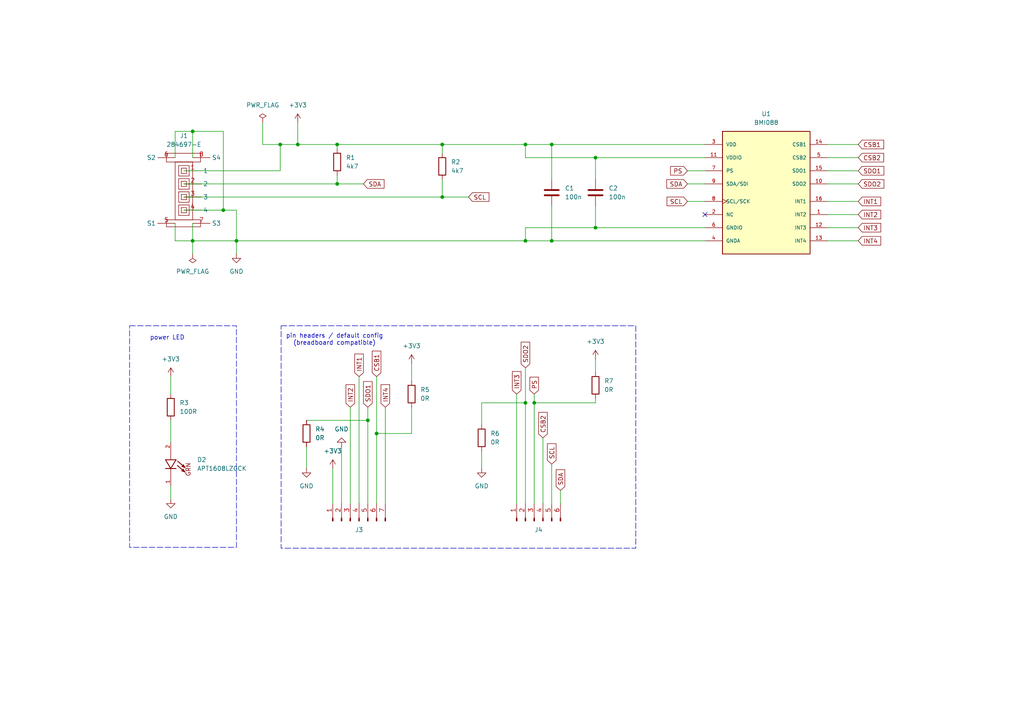
<source format=kicad_sch>
(kicad_sch (version 20250114) (generator "eeschema") (generator_version "9.0")
  (paper "A4")
  (lib_symbols
    (symbol "Connector:Conn_01x06_Pin" (pin_names (offset 1.016) (hide yes))
      (property "Reference" "J" (at 0 7.62 0))
      (property "Value" "Conn_01x06_Pin" (at 0 -10.16 0))
      (symbol "Conn_01x06_Pin_1_1"
        (rectangle (start 0.8636 5.207) (end 0 4.953) (stroke (width 0.1524)) (fill (type outline)))
        (rectangle (start 0.8636 2.667) (end 0 2.413) (stroke (width 0.1524)) (fill (type outline)))
        (rectangle (start 0.8636 0.127) (end 0 -0.127) (stroke (width 0.1524)) (fill (type outline)))
        (rectangle (start 0.8636 -2.413) (end 0 -2.667) (stroke (width 0.1524)) (fill (type outline)))
        (rectangle (start 0.8636 -4.953) (end 0 -5.207) (stroke (width 0.1524)) (fill (type outline)))
        (rectangle (start 0.8636 -7.493) (end 0 -7.747) (stroke (width 0.1524)) (fill (type outline)))
        (polyline (pts (xy 1.27 5.08) (xy 0.8636 5.08)) (stroke (width 0.1524)))
        (polyline (pts (xy 1.27 2.54) (xy 0.8636 2.54)) (stroke (width 0.1524)))
        (polyline (pts (xy 1.27 0) (xy 0.8636 0)) (stroke (width 0.1524)))
        (polyline (pts (xy 1.27 -2.54) (xy 0.8636 -2.54)) (stroke (width 0.1524)))
        (polyline (pts (xy 1.27 -5.08) (xy 0.8636 -5.08)) (stroke (width 0.1524)))
        (polyline (pts (xy 1.27 -7.62) (xy 0.8636 -7.62)) (stroke (width 0.1524)))
        (pin passive line (at 5.08 5.08 180) (length 3.81) (name "Pin_1") (number "1"))
        (pin passive line (at 5.08 2.54 180) (length 3.81) (name "Pin_2") (number "2"))
        (pin passive line (at 5.08 0 180) (length 3.81) (name "Pin_3") (number "3"))
        (pin passive line (at 5.08 -2.54 180) (length 3.81) (name "Pin_4") (number "4"))
        (pin passive line (at 5.08 -5.08 180) (length 3.81) (name "Pin_5") (number "5"))
        (pin passive line (at 5.08 -7.62 180) (length 3.81) (name "Pin_6") (number "6"))
      )
    )
    (symbol "Connector:Conn_01x07_Pin" (pin_names (offset 1.016) (hide yes))
      (property "Reference" "J" (at 0 10.16 0))
      (property "Value" "Conn_01x07_Pin" (at 0 -10.16 0))
      (symbol "Conn_01x07_Pin_1_1"
        (rectangle (start 0.8636 7.747) (end 0 7.493) (stroke (width 0.1524)) (fill (type outline)))
        (rectangle (start 0.8636 5.207) (end 0 4.953) (stroke (width 0.1524)) (fill (type outline)))
        (rectangle (start 0.8636 2.667) (end 0 2.413) (stroke (width 0.1524)) (fill (type outline)))
        (rectangle (start 0.8636 0.127) (end 0 -0.127) (stroke (width 0.1524)) (fill (type outline)))
        (rectangle (start 0.8636 -2.413) (end 0 -2.667) (stroke (width 0.1524)) (fill (type outline)))
        (rectangle (start 0.8636 -4.953) (end 0 -5.207) (stroke (width 0.1524)) (fill (type outline)))
        (rectangle (start 0.8636 -7.493) (end 0 -7.747) (stroke (width 0.1524)) (fill (type outline)))
        (polyline (pts (xy 1.27 7.62) (xy 0.8636 7.62)) (stroke (width 0.1524)))
        (polyline (pts (xy 1.27 5.08) (xy 0.8636 5.08)) (stroke (width 0.1524)))
        (polyline (pts (xy 1.27 2.54) (xy 0.8636 2.54)) (stroke (width 0.1524)))
        (polyline (pts (xy 1.27 0) (xy 0.8636 0)) (stroke (width 0.1524)))
        (polyline (pts (xy 1.27 -2.54) (xy 0.8636 -2.54)) (stroke (width 0.1524)))
        (polyline (pts (xy 1.27 -5.08) (xy 0.8636 -5.08)) (stroke (width 0.1524)))
        (polyline (pts (xy 1.27 -7.62) (xy 0.8636 -7.62)) (stroke (width 0.1524)))
        (pin passive line (at 5.08 7.62 180) (length 3.81) (name "Pin_1") (number "1"))
        (pin passive line (at 5.08 5.08 180) (length 3.81) (name "Pin_2") (number "2"))
        (pin passive line (at 5.08 2.54 180) (length 3.81) (name "Pin_3") (number "3"))
        (pin passive line (at 5.08 0 180) (length 3.81) (name "Pin_4") (number "4"))
        (pin passive line (at 5.08 -2.54 180) (length 3.81) (name "Pin_5") (number "5"))
        (pin passive line (at 5.08 -5.08 180) (length 3.81) (name "Pin_6") (number "6"))
        (pin passive line (at 5.08 -7.62 180) (length 3.81) (name "Pin_7") (number "7"))
      )
    )
    (symbol "Device:C" (pin_numbers (hide yes)) (pin_names (offset 0.254))
      (property "Reference" "C" (at 0.635 2.54 0))
      (property "Value" "C" (at 0.635 -2.54 0))
      (symbol "C_0_1"
        (polyline (pts (xy -2.032 0.762) (xy 2.032 0.762)) (stroke (width 0.508)))
        (polyline (pts (xy -2.032 -0.762) (xy 2.032 -0.762)) (stroke (width 0.508)))
      )
      (symbol "C_1_1"
        (pin passive line (at 0 3.81 270) (length 2.794) (name "~") (number "1"))
        (pin passive line (at 0 -3.81 90) (length 2.794) (name "~") (number "2"))
      )
    )
    (symbol "Device:R" (pin_numbers (hide yes)) (pin_names (offset 0))
      (property "Reference" "R" (at 2.032 0 90))
      (property "Value" "R" (at 0 0 90))
      (symbol "R_0_1"
        (rectangle (start -1.016 -2.54) (end 1.016 2.54) (stroke (width 0.254)))
      )
      (symbol "R_1_1"
        (pin passive line (at 0 3.81 270) (length 1.27) (name "~") (number "1"))
        (pin passive line (at 0 -3.81 90) (length 1.27) (name "~") (number "2"))
      )
    )
    (symbol "Lib:284697-E"
      (property "Reference" "J" (at -4.826 17.018 0))
      (property "Value" "284697-E" (at -4.826 14.478 0))
      (symbol "284697-E_0_1"
        (rectangle (start -5.08 11.43) (end 4.826 8.89))
        (rectangle (start -5.08 -7.874) (end 4.826 -9.906))
        (rectangle (start -2.54 8.89) (end 2.54 -7.874))
        (rectangle (start -1.524 7.874) (end 1.524 4.826))
        (rectangle (start -1.524 4.064) (end 1.524 1.016))
        (rectangle (start -1.524 0.254) (end 1.524 -2.794))
        (rectangle (start -1.524 -3.556) (end 1.524 -6.604))
        (rectangle (start -0.762 7.112) (end 0.762 5.588))
        (rectangle (start -0.762 3.302) (end 0.762 1.778))
        (rectangle (start -0.762 -0.508) (end 0.762 -2.032))
        (rectangle (start -0.762 -4.318) (end 0.762 -5.842))
      )
      (symbol "284697-E_1_1"
        (pin passive line (at -2.54 10.16 180) (length 5.08) (name "S2") (number "6"))
        (pin passive line (at -2.54 -8.89 180) (length 5.08) (name "S1") (number "5"))
        (pin passive line (at 0 6.35 0) (length 5.08) (name "1") (number "1"))
        (pin passive line (at 0 2.54 0) (length 5.08) (name "2") (number "2"))
        (pin passive line (at 0 -1.27 0) (length 5.08) (name "3") (number "3"))
        (pin passive line (at 0 -5.08 0) (length 5.08) (name "4") (number "4"))
        (pin passive line (at 2.54 10.16 0) (length 5.08) (name "S4") (number "8"))
        (pin passive line (at 2.54 -8.89 0) (length 5.08) (name "S3") (number "7"))
      )
    )
    (symbol "Lib:APT1608LZGCK" (pin_names (offset 1.016))
      (property "Reference" "D" (at -3.0988 4.4958 0))
      (property "Value" "APT1608LZGCK" (at -3.556 -3.302 0))
      (symbol "APT1608LZGCK_0_0"
        (polyline (pts (xy -2.54 1.524) (xy -2.54 -1.524)) (stroke (width 0.254)))
        (polyline (pts (xy -2.54 0) (xy -5.08 0)) (stroke (width 0.1524)))
        (polyline (pts (xy -2.54 -1.524) (xy 0 0)) (stroke (width 0.254)))
        (polyline (pts (xy -1.143 3.683) (xy -0.5715 3.175) (xy -0.1905 4.191) (xy -1.143 3.683)) (stroke (width 0.1524)) (fill (type outline)))
        (polyline (pts (xy -0.3556 4.0386) (xy -2.1336 2.0066)) (stroke (width 0.254)))
        (polyline (pts (xy 0 1.524) (xy 0 0)) (stroke (width 0.254)))
        (polyline (pts (xy 0 0) (xy -2.54 1.524)) (stroke (width 0.254)))
        (polyline (pts (xy 0 0) (xy 0 -1.524)) (stroke (width 0.254)))
        (polyline (pts (xy 0.127 3.6195) (xy 0.6985 3.1115) (xy 1.0795 4.191) (xy 0.127 3.6195)) (stroke (width 0.1524)) (fill (type outline)))
        (polyline (pts (xy 0.889 3.937) (xy -0.889 1.905)) (stroke (width 0.254)))
        (polyline (pts (xy 2.54 0) (xy 0 0)) (stroke (width 0.1524)))
        (pin passive line (at -7.62 0 0) (length 2.54) (name "~") (number "2"))
        (pin passive line (at 5.08 0 180) (length 2.54) (name "~") (number "1"))
      )
      (symbol "APT1608LZGCK_1_1"
        (text "GRN" (at 0.254 5.08 0) (effects (font (size 1.27 1.27))))
      )
    )
    (symbol "Lib:BMI088" (pin_names (offset 1.016))
      (property "Reference" "U" (at -0.762 20.828 0))
      (property "Value" "BMI088" (at -3.81 18.288 0))
      (symbol "BMI088_0_0"
        (rectangle (start -12.7 16.51) (end 12.7 -19.05) (stroke (width 0.254)) (fill (type background)))
        (pin power_in line (at -17.78 12.7 0) (length 5.08) (name "VDD") (number "3"))
        (pin power_in line (at -17.78 8.89 0) (length 5.08) (name "VDDIO") (number "11"))
        (pin input line (at -17.78 5.08 0) (length 5.08) (name "PS") (number "7"))
        (pin bidirectional line (at -17.78 1.27 0) (length 5.08) (name "SDA/SDI") (number "9"))
        (pin input clock (at -17.78 -3.81 0) (length 5.08) (name "SCL/SCK") (number "8"))
        (pin passive line (at -17.78 -7.62 0) (length 5.08) (name "NC") (number "2"))
        (pin power_in line (at -17.78 -11.43 0) (length 5.08) (name "GNDIO") (number "6"))
        (pin power_in line (at -17.78 -15.24 0) (length 5.08) (name "GNDA") (number "4"))
        (pin input line (at 17.78 12.7 180) (length 5.08) (name "CSB1") (number "14"))
        (pin input line (at 17.78 8.89 180) (length 5.08) (name "CSB2") (number "5"))
        (pin output line (at 17.78 5.08 180) (length 5.08) (name "SDO1") (number "15"))
        (pin output line (at 17.78 1.27 180) (length 5.08) (name "SDO2") (number "10"))
        (pin bidirectional line (at 17.78 -3.81 180) (length 5.08) (name "INT1") (number "16"))
        (pin bidirectional line (at 17.78 -7.62 180) (length 5.08) (name "INT2") (number "1"))
        (pin bidirectional line (at 17.78 -11.43 180) (length 5.08) (name "INT3") (number "12"))
        (pin bidirectional line (at 17.78 -15.24 180) (length 5.08) (name "INT4") (number "13"))
      )
    )
    (symbol "power:+3V3" (power) (pin_numbers (hide yes)) (pin_names (offset 0) (hide yes))
      (property "Value" "+3V3" (at 0 3.556 0))
      (symbol "+3V3_0_1"
        (polyline (pts (xy -0.762 1.27) (xy 0 2.54)))
        (polyline (pts (xy 0 2.54) (xy 0.762 1.27)))
        (polyline (pts (xy 0 0) (xy 0 2.54)))
      )
      (symbol "+3V3_1_1"
        (pin power_in line (at 0 0 90) (length 0) (name "~") (number "1"))
      )
    )
    (symbol "power:GND" (power) (pin_numbers (hide yes)) (pin_names (offset 0) (hide yes))
      (property "Value" "GND" (at 0 -3.81 0))
      (symbol "GND_0_1"
        (polyline (pts (xy 0 0) (xy 0 -1.27) (xy 1.27 -1.27) (xy 0 -2.54) (xy -1.27 -1.27) (xy 0 -1.27)))
      )
      (symbol "GND_1_1"
        (pin power_in line (at 0 0 270) (length 0) (name "~") (number "1"))
      )
    )
    (symbol "power:PWR_FLAG" (power) (pin_numbers (hide yes)) (pin_names (offset 0) (hide yes))
      (property "Value" "PWR_FLAG" (at 0 3.81 0))
      (symbol "PWR_FLAG_0_0"
        (pin power_out line (at 0 0 90) (length 0) (name "~") (number "1"))
      )
      (symbol "PWR_FLAG_0_1"
        (polyline (pts (xy 0 0) (xy 0 1.27) (xy -1.016 1.905) (xy 0 2.54) (xy 1.016 1.905) (xy 0 1.27)))
      )
    )
  )
  (rectangle (start 37.592 94.488) (end 68.58 158.75) (stroke (width 0) (type dash)))
  (rectangle (start 81.534 94.488) (end 184.404 159.004) (stroke (width 0) (type dash)))
  (text "pin headers / default config\n(breadboard compatible)" (at 97.028 98.552 0) (effects (font (size 1.27 1.27))))
  (text "power LED\n" (at 48.514 98.044 0) (effects (font (size 1.27 1.27))))
  (junction (at 81.28 41.91))
  (junction (at 86.36 41.91))
  (junction (at 55.88 38.1))
  (junction (at 64.77 60.96))
  (junction (at 106.68 121.92))
  (junction (at 97.79 53.34))
  (junction (at 172.72 45.72))
  (junction (at 172.72 66.04))
  (junction (at 152.4 69.85))
  (junction (at 109.22 125.73))
  (junction (at 68.58 69.85))
  (junction (at 160.02 41.91))
  (junction (at 160.02 69.85))
  (junction (at 128.27 57.15))
  (junction (at 152.4 41.91))
  (junction (at 55.88 69.85))
  (junction (at 154.94 116.84))
  (junction (at 152.4 116.84))
  (junction (at 128.27 41.91))
  (junction (at 97.79 41.91))
  (no_connect (at 204.47 62.23))
  (wire (pts (xy 149.86 114.3) (xy 149.86 146.05)))
  (wire (pts (xy 64.77 38.1) (xy 64.77 60.96)))
  (wire (pts (xy 128.27 57.15) (xy 128.27 52.07)))
  (wire (pts (xy 240.03 58.42) (xy 248.92 58.42)))
  (wire (pts (xy 109.22 125.73) (xy 109.22 146.05)))
  (wire (pts (xy 152.4 45.72) (xy 172.72 45.72)))
  (wire (pts (xy 81.28 41.91) (xy 81.28 49.53)))
  (wire (pts (xy 240.03 49.53) (xy 248.92 49.53)))
  (wire (pts (xy 53.34 49.53) (xy 81.28 49.53)))
  (wire (pts (xy 152.4 69.85) (xy 152.4 66.04)))
  (wire (pts (xy 119.38 105.41) (xy 119.38 110.49)))
  (wire (pts (xy 101.6 118.11) (xy 101.6 146.05)))
  (wire (pts (xy 55.88 38.1) (xy 64.77 38.1)))
  (wire (pts (xy 106.68 121.92) (xy 106.68 146.05)))
  (wire (pts (xy 162.56 142.24) (xy 162.56 146.05)))
  (wire (pts (xy 128.27 44.45) (xy 128.27 41.91)))
  (wire (pts (xy 50.8 38.1) (xy 50.8 45.72)))
  (wire (pts (xy 160.02 59.69) (xy 160.02 69.85)))
  (wire (pts (xy 99.06 129.54) (xy 99.06 146.05)))
  (wire (pts (xy 119.38 118.11) (xy 119.38 125.73)))
  (wire (pts (xy 240.03 53.34) (xy 248.92 53.34)))
  (wire (pts (xy 106.68 118.11) (xy 106.68 121.92)))
  (wire (pts (xy 152.4 116.84) (xy 152.4 146.05)))
  (wire (pts (xy 154.94 114.3) (xy 154.94 116.84)))
  (wire (pts (xy 172.72 45.72) (xy 172.72 52.07)))
  (wire (pts (xy 199.39 53.34) (xy 204.47 53.34)))
  (wire (pts (xy 97.79 53.34) (xy 105.41 53.34)))
  (wire (pts (xy 53.34 60.96) (xy 64.77 60.96)))
  (wire (pts (xy 160.02 69.85) (xy 204.47 69.85)))
  (wire (pts (xy 172.72 104.14) (xy 172.72 107.95)))
  (wire (pts (xy 152.4 66.04) (xy 172.72 66.04)))
  (wire (pts (xy 139.7 130.81) (xy 139.7 135.89)))
  (wire (pts (xy 240.03 62.23) (xy 248.92 62.23)))
  (wire (pts (xy 81.28 41.91) (xy 86.36 41.91)))
  (wire (pts (xy 204.47 45.72) (xy 172.72 45.72)))
  (wire (pts (xy 76.2 35.56) (xy 76.2 41.91)))
  (wire (pts (xy 240.03 45.72) (xy 248.92 45.72)))
  (wire (pts (xy 160.02 134.62) (xy 160.02 146.05)))
  (wire (pts (xy 199.39 58.42) (xy 204.47 58.42)))
  (wire (pts (xy 128.27 57.15) (xy 135.89 57.15)))
  (wire (pts (xy 88.9 121.92) (xy 106.68 121.92)))
  (wire (pts (xy 104.14 109.22) (xy 104.14 146.05)))
  (wire (pts (xy 68.58 69.85) (xy 68.58 73.66)))
  (wire (pts (xy 49.53 109.22) (xy 49.53 114.3)))
  (wire (pts (xy 172.72 59.69) (xy 172.72 66.04)))
  (wire (pts (xy 53.34 53.34) (xy 97.79 53.34)))
  (wire (pts (xy 50.8 38.1) (xy 55.88 38.1)))
  (wire (pts (xy 160.02 41.91) (xy 204.47 41.91)))
  (wire (pts (xy 53.34 57.15) (xy 128.27 57.15)))
  (wire (pts (xy 86.36 35.56) (xy 86.36 41.91)))
  (wire (pts (xy 64.77 60.96) (xy 68.58 60.96)))
  (wire (pts (xy 97.79 50.8) (xy 97.79 53.34)))
  (wire (pts (xy 50.8 69.85) (xy 55.88 69.85)))
  (wire (pts (xy 199.39 49.53) (xy 204.47 49.53)))
  (wire (pts (xy 76.2 41.91) (xy 81.28 41.91)))
  (wire (pts (xy 157.48 127) (xy 157.48 146.05)))
  (wire (pts (xy 240.03 66.04) (xy 248.92 66.04)))
  (wire (pts (xy 50.8 64.77) (xy 50.8 69.85)))
  (wire (pts (xy 152.4 45.72) (xy 152.4 41.91)))
  (wire (pts (xy 152.4 41.91) (xy 160.02 41.91)))
  (wire (pts (xy 49.53 140.97) (xy 49.53 144.78)))
  (wire (pts (xy 240.03 41.91) (xy 248.92 41.91)))
  (wire (pts (xy 97.79 41.91) (xy 128.27 41.91)))
  (wire (pts (xy 109.22 125.73) (xy 119.38 125.73)))
  (wire (pts (xy 152.4 106.68) (xy 152.4 116.84)))
  (wire (pts (xy 172.72 115.57) (xy 172.72 116.84)))
  (wire (pts (xy 49.53 121.92) (xy 49.53 128.27)))
  (wire (pts (xy 55.88 64.77) (xy 55.88 69.85)))
  (wire (pts (xy 55.88 69.85) (xy 68.58 69.85)))
  (wire (pts (xy 139.7 116.84) (xy 152.4 116.84)))
  (wire (pts (xy 55.88 38.1) (xy 55.88 45.72)))
  (wire (pts (xy 240.03 69.85) (xy 248.92 69.85)))
  (wire (pts (xy 128.27 41.91) (xy 152.4 41.91)))
  (wire (pts (xy 86.36 41.91) (xy 97.79 41.91)))
  (wire (pts (xy 109.22 109.22) (xy 109.22 125.73)))
  (wire (pts (xy 68.58 69.85) (xy 152.4 69.85)))
  (wire (pts (xy 88.9 129.54) (xy 88.9 135.89)))
  (wire (pts (xy 160.02 41.91) (xy 160.02 52.07)))
  (wire (pts (xy 55.88 69.85) (xy 55.88 73.66)))
  (wire (pts (xy 172.72 66.04) (xy 204.47 66.04)))
  (wire (pts (xy 68.58 60.96) (xy 68.58 69.85)))
  (wire (pts (xy 97.79 43.18) (xy 97.79 41.91)))
  (wire (pts (xy 111.76 118.11) (xy 111.76 146.05)))
  (wire (pts (xy 154.94 116.84) (xy 154.94 146.05)))
  (wire (pts (xy 154.94 116.84) (xy 172.72 116.84)))
  (wire (pts (xy 152.4 69.85) (xy 160.02 69.85)))
  (wire (pts (xy 96.52 135.89) (xy 96.52 146.05)))
  (wire (pts (xy 139.7 123.19) (xy 139.7 116.84)))
  (global_label "INT1" (shape input) (at 104.14 109.22 90) (property "Intersheetrefs" "${INTERSHEET_REFS}" (effects (hide yes))))
  (global_label "SDA" (shape input) (at 105.41 53.34 0) (property "Intersheetrefs" "${INTERSHEET_REFS}" (effects (hide yes))))
  (global_label "SDO2" (shape input) (at 152.4 106.68 90) (property "Intersheetrefs" "${INTERSHEET_REFS}" (effects (hide yes))))
  (global_label "INT2" (shape input) (at 248.92 62.23 0) (property "Intersheetrefs" "${INTERSHEET_REFS}" (effects (hide yes))))
  (global_label "SDO2" (shape input) (at 248.92 53.34 0) (property "Intersheetrefs" "${INTERSHEET_REFS}" (effects (hide yes))))
  (global_label "PS" (shape input) (at 154.94 114.3 90) (property "Intersheetrefs" "${INTERSHEET_REFS}" (effects (hide yes))))
  (global_label "PS" (shape input) (at 199.39 49.53 180) (property "Intersheetrefs" "${INTERSHEET_REFS}" (effects (hide yes))))
  (global_label "CSB1" (shape input) (at 109.22 109.22 90) (property "Intersheetrefs" "${INTERSHEET_REFS}" (effects (hide yes))))
  (global_label "SDO1" (shape input) (at 248.92 49.53 0) (property "Intersheetrefs" "${INTERSHEET_REFS}" (effects (hide yes))))
  (global_label "SDA" (shape input) (at 199.39 53.34 180) (property "Intersheetrefs" "${INTERSHEET_REFS}" (effects (hide yes))))
  (global_label "SCL" (shape input) (at 199.39 58.42 180) (property "Intersheetrefs" "${INTERSHEET_REFS}" (effects (hide yes))))
  (global_label "INT4" (shape input) (at 111.76 118.11 90) (property "Intersheetrefs" "${INTERSHEET_REFS}" (effects (hide yes))))
  (global_label "INT3" (shape input) (at 149.86 114.3 90) (property "Intersheetrefs" "${INTERSHEET_REFS}" (effects (hide yes))))
  (global_label "INT2" (shape input) (at 101.6 118.11 90) (property "Intersheetrefs" "${INTERSHEET_REFS}" (effects (hide yes))))
  (global_label "CSB2" (shape input) (at 157.48 127 90) (property "Intersheetrefs" "${INTERSHEET_REFS}" (effects (hide yes))))
  (global_label "INT3" (shape input) (at 248.92 66.04 0) (property "Intersheetrefs" "${INTERSHEET_REFS}" (effects (hide yes))))
  (global_label "SDA" (shape input) (at 162.56 142.24 90) (property "Intersheetrefs" "${INTERSHEET_REFS}" (effects (hide yes))))
  (global_label "SDO1" (shape input) (at 106.68 118.11 90) (property "Intersheetrefs" "${INTERSHEET_REFS}" (effects (hide yes))))
  (global_label "SCL" (shape input) (at 160.02 134.62 90) (property "Intersheetrefs" "${INTERSHEET_REFS}" (effects (hide yes))))
  (global_label "CSB1" (shape input) (at 248.92 41.91 0) (property "Intersheetrefs" "${INTERSHEET_REFS}" (effects (hide yes))))
  (global_label "SCL" (shape input) (at 135.89 57.15 0) (property "Intersheetrefs" "${INTERSHEET_REFS}" (effects (hide yes))))
  (global_label "INT4" (shape input) (at 248.92 69.85 0) (property "Intersheetrefs" "${INTERSHEET_REFS}" (effects (hide yes))))
  (global_label "CSB2" (shape input) (at 248.92 45.72 0) (property "Intersheetrefs" "${INTERSHEET_REFS}" (effects (hide yes))))
  (global_label "INT1" (shape input) (at 248.92 58.42 0) (property "Intersheetrefs" "${INTERSHEET_REFS}" (effects (hide yes))))
  (symbol (lib_id "power:GND") (at 99.06 129.54 180) (unit 1)
    (property "Reference" "#PWR06" (effects (hide yes)))
    (property "Value" "GND" (at 99.06 124.46 0))
    (property "Description" "Power symbol creates a global label with name \"GND\" , ground" (effects (hide yes)))
  )
  (symbol (lib_id "power:GND") (at 49.53 144.78 0) (unit 1)
    (property "Reference" "#PWR010" (effects (hide yes)))
    (property "Value" "GND" (at 49.53 149.86 0))
    (property "Description" "Power symbol creates a global label with name \"GND\" , ground" (effects (hide yes)))
  )
  (symbol (lib_id "power:+3V3") (at 96.52 135.89 0) (unit 1)
    (property "Reference" "#PWR08" (effects (hide yes)))
    (property "Value" "+3V3" (at 96.52 130.81 0))
    (property "Description" "Power symbol creates a global label with name \"+3V3\"" (effects (hide yes)))
  )
  (symbol (lib_id "Connector:Conn_01x06_Pin") (at 154.94 151.13 90) (unit 1)
    (property "Reference" "J4" (at 156.21 153.67 90))
    (property "Value" "Conn_01x06_Pin" (effects (hide yes)))
    (property "Footprint" "Connector_PinHeader_2.54mm:PinHeader_1x06_P2.54mm_Vertical" (effects (hide yes)))
    (property "Description" "Generic connector, single row, 01x06, script generated" (effects (hide yes)))
  )
  (symbol (lib_id "Device:R") (at 88.9 125.73 0) (unit 1)
    (property "Reference" "R4" (at 91.44 124.4599 0) (effects (justify left)))
    (property "Value" "0R" (at 91.44 126.9999 0) (effects (justify left)))
    (property "Footprint" "Resistor_SMD:R_0402_1005Metric" (effects (hide yes)))
    (property "Description" "Resistor" (effects (hide yes)))
  )
  (symbol (lib_id "power:+3V3") (at 86.36 35.56 0) (unit 1)
    (property "Reference" "#PWR01" (effects (hide yes)))
    (property "Value" "+3V3" (at 86.36 30.48 0))
    (property "Description" "Power symbol creates a global label with name \"+3V3\"" (effects (hide yes)))
  )
  (symbol (lib_id "power:GND") (at 68.58 73.66 0) (unit 1)
    (property "Reference" "#PWR02" (effects (hide yes)))
    (property "Value" "GND" (at 68.58 78.74 0))
    (property "Description" "Power symbol creates a global label with name \"GND\" , ground" (effects (hide yes)))
  )
  (symbol (lib_id "Device:R") (at 139.7 127 0) (unit 1)
    (property "Reference" "R6" (at 142.24 125.7299 0) (effects (justify left)))
    (property "Value" "0R" (at 142.24 128.2699 0) (effects (justify left)))
    (property "Footprint" "Resistor_SMD:R_0402_1005Metric" (effects (hide yes)))
    (property "Description" "Resistor" (effects (hide yes)))
  )
  (symbol (lib_id "power:GND") (at 139.7 135.89 0) (unit 1)
    (property "Reference" "#PWR09" (effects (hide yes)))
    (property "Value" "GND" (at 139.7 140.97 0))
    (property "Description" "Power symbol creates a global label with name \"GND\" , ground" (effects (hide yes)))
  )
  (symbol (lib_id "Lib:284697-E") (at 53.34 55.88 0) (unit 1)
    (property "Reference" "J1" (at 53.34 39.37 0))
    (property "Value" "284697-E" (at 53.34 41.91 0))
    (property "Footprint" "Lib_footprint:284697E" (effects (hide yes)))
    (property "Datasheet" "https://www.te.com/commerce/DocumentDelivery/DDEController?Action=showdoc&DocId=Customer+Drawing%7F284697-E%7FF%7Fpdf%7FEnglish%7FENG_CD_284697-E_F.pdf%7F284697-E" (effects (hide yes)))
    (property "Description" "PCB Mount Header, Vertical, Cable-to-Board, 4 Position, 1.27 mm [.05 in] Centerline, Fully Shrouded, Gold (Au), Surface Mount, ERNI MiniBridge" (effects (hide yes)))
    (property "Height" "6.1" (effects (hide yes)))
    (property "Mouser Part Number" "305-284697" (effects (hide yes)))
    (property "Mouser Price/Stock" "https://www.mouser.co.uk/ProductDetail/TE-Connectivity-ERNI/284697-E?qs=t7xnP681wgXF7Zyqlk%252B7cQ%3D%3D" (effects (hide yes)))
    (property "Manufacturer_Name" "TE Connectivity" (effects (hide yes)))
    (property "Manufacturer_Part_Number" "284697-E" (effects (hide yes)))
  )
  (symbol (lib_id "Connector:Conn_01x07_Pin") (at 104.14 151.13 90) (unit 1)
    (property "Reference" "J3" (at 104.14 153.67 90))
    (property "Value" "Conn_01x07_Pin" (effects (hide yes)))
    (property "Footprint" "Connector_PinHeader_2.54mm:PinHeader_1x07_P2.54mm_Vertical" (effects (hide yes)))
    (property "Description" "Generic connector, single row, 01x07, script generated" (effects (hide yes)))
  )
  (symbol (lib_id "Device:R") (at 97.79 46.99 0) (unit 1)
    (property "Reference" "R1" (at 100.33 45.7199 0) (effects (justify left)))
    (property "Value" "4k7" (at 100.33 48.2599 0) (effects (justify left)))
    (property "Footprint" "Resistor_SMD:R_0402_1005Metric" (effects (hide yes)))
    (property "Description" "Resistor" (effects (hide yes)))
  )
  (symbol (lib_id "Lib:BMI088") (at 222.25 54.61 0) (unit 1)
    (property "Reference" "U1" (at 222.25 33.02 0))
    (property "Value" "BMI088" (at 222.25 35.56 0))
    (property "Footprint" "Lib_footprint:PQFN50P450X300X100-16N" (effects (hide yes)))
    (property "Description" "Accelerometer, Gyroscope, 6 Axis Sensor I²C, SPI Output" (effects (hide yes)))
    (property "MF" "Bosch Sensortec" (effects (hide yes)))
    (property "PURCHASE-URL" "https://pricing.snapeda.com/search/part/BMI088/?ref=eda" (effects (hide yes)))
    (property "PACKAGE" "VFLGA-16 Bosch Sensortec" (effects (hide yes)))
    (property "PRICE" "None" (effects (hide yes)))
    (property "Package" "VFLGA-16 Bosch Sensortec" (effects (hide yes)))
    (property "Check_prices" "https://www.snapeda.com/parts/BMI088/Bosch/view-part/?ref=eda" (effects (hide yes)))
    (property "Price" "None" (effects (hide yes)))
    (property "SnapEDA_Link" "https://www.snapeda.com/parts/BMI088/Bosch/view-part/?ref=snap" (effects (hide yes)))
    (property "MP" "BMI088" (effects (hide yes)))
    (property "Description_1" "Accelerometer, Gyroscope, 6 Axis Sensor I2C, SPI Output" (effects (hide yes)))
    (property "Availability" "In Stock" (effects (hide yes)))
    (property "AVAILABILITY" "In Stock" (effects (hide yes)))
  )
  (symbol (lib_id "power:GND") (at 88.9 135.89 0) (unit 1)
    (property "Reference" "#PWR07" (effects (hide yes)))
    (property "Value" "GND" (at 88.9 140.97 0))
    (property "Description" "Power symbol creates a global label with name \"GND\" , ground" (effects (hide yes)))
  )
  (symbol (lib_id "Device:R") (at 172.72 111.76 0) (unit 1)
    (property "Reference" "R7" (at 175.26 110.4899 0) (effects (justify left)))
    (property "Value" "0R" (at 175.26 113.0299 0) (effects (justify left)))
    (property "Footprint" "Resistor_SMD:R_0402_1005Metric" (effects (hide yes)))
    (property "Description" "Resistor" (effects (hide yes)))
  )
  (symbol (lib_id "power:PWR_FLAG") (at 55.88 73.66 180) (unit 1)
    (property "Reference" "#FLG02" (effects (hide yes)))
    (property "Value" "PWR_FLAG" (at 55.88 78.74 0))
    (property "Description" "Special symbol for telling ERC where power comes from" (effects (hide yes)))
  )
  (symbol (lib_id "power:PWR_FLAG") (at 76.2 35.56 0) (unit 1)
    (property "Reference" "#FLG01" (effects (hide yes)))
    (property "Value" "PWR_FLAG" (at 76.2 30.48 0))
    (property "Description" "Special symbol for telling ERC where power comes from" (effects (hide yes)))
  )
  (symbol (lib_id "Device:R") (at 49.53 118.11 0) (unit 1)
    (property "Reference" "R3" (at 52.07 116.8399 0) (effects (justify left)))
    (property "Value" "100R" (at 52.07 119.3799 0) (effects (justify left)))
    (property "Footprint" "Resistor_SMD:R_0402_1005Metric" (effects (hide yes)))
    (property "Description" "Resistor" (effects (hide yes)))
  )
  (symbol (lib_id "Lib:APT1608LZGCK") (at 49.53 135.89 270) (unit 1)
    (property "Reference" "D2" (at 57.15 133.3499 90) (effects (justify left)))
    (property "Value" "APT1608LZGCK" (at 57.15 135.8899 90) (effects (justify left)))
    (property "Footprint" "Lib_footprint:LED_APT1608LZGCK" (effects (hide yes)))
    (property "PARTREV" "V.20B" (effects (hide yes)))
    (property "STANDARD" "Manufacturer Recommendations" (effects (hide yes)))
    (property "MAXIMUM_PACKAGE_HEIGHT" "0.75mm" (effects (hide yes)))
    (property "MANUFACTURER" "Kingbright" (effects (hide yes)))
  )
  (symbol (lib_id "Device:R") (at 128.27 48.26 0) (unit 1)
    (property "Reference" "R2" (at 130.81 46.9899 0) (effects (justify left)))
    (property "Value" "4k7" (at 130.81 49.5299 0) (effects (justify left)))
    (property "Footprint" "Resistor_SMD:R_0402_1005Metric" (effects (hide yes)))
    (property "Description" "Resistor" (effects (hide yes)))
  )
  (symbol (lib_id "Device:C") (at 172.72 55.88 0) (unit 1)
    (property "Reference" "C2" (at 176.53 54.6099 0) (effects (justify left)))
    (property "Value" "100n" (at 176.53 57.1499 0) (effects (justify left)))
    (property "Footprint" "Capacitor_SMD:C_0402_1005Metric_Pad0.74x0.62mm_HandSolder" (effects (hide yes)))
    (property "Description" "Unpolarized capacitor" (effects (hide yes)))
  )
  (symbol (lib_id "power:+3V3") (at 49.53 109.22 0) (unit 1)
    (property "Reference" "#PWR05" (effects (hide yes)))
    (property "Value" "+3V3" (at 49.53 104.14 0))
    (property "Description" "Power symbol creates a global label with name \"+3V3\"" (effects (hide yes)))
  )
  (symbol (lib_id "power:+3V3") (at 172.72 104.14 0) (unit 1)
    (property "Reference" "#PWR03" (effects (hide yes)))
    (property "Value" "+3V3" (at 172.72 99.06 0))
    (property "Description" "Power symbol creates a global label with name \"+3V3\"" (effects (hide yes)))
  )
  (symbol (lib_id "Device:C") (at 160.02 55.88 0) (unit 1)
    (property "Reference" "C1" (at 163.83 54.6099 0) (effects (justify left)))
    (property "Value" "100n" (at 163.83 57.1499 0) (effects (justify left)))
    (property "Footprint" "Capacitor_SMD:C_0402_1005Metric_Pad0.74x0.62mm_HandSolder" (effects (hide yes)))
    (property "Description" "Unpolarized capacitor" (effects (hide yes)))
  )
  (symbol (lib_id "Device:R") (at 119.38 114.3 0) (unit 1)
    (property "Reference" "R5" (at 121.92 113.0299 0) (effects (justify left)))
    (property "Value" "0R" (at 121.92 115.5699 0) (effects (justify left)))
    (property "Footprint" "Resistor_SMD:R_0402_1005Metric" (effects (hide yes)))
    (property "Description" "Resistor" (effects (hide yes)))
  )
  (symbol (lib_id "power:+3V3") (at 119.38 105.41 0) (unit 1)
    (property "Reference" "#PWR04" (effects (hide yes)))
    (property "Value" "+3V3" (at 119.38 100.33 0))
    (property "Description" "Power symbol creates a global label with name \"+3V3\"" (effects (hide yes)))
  )
)
</source>
